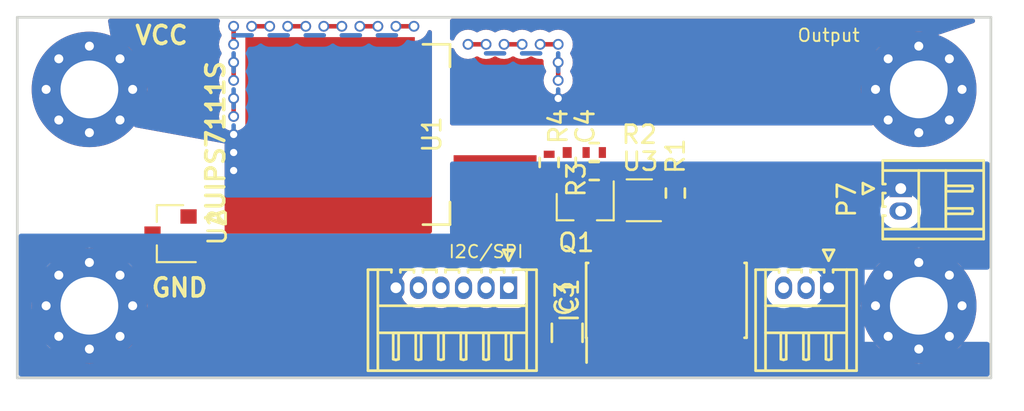
<source format=kicad_pcb>
(kicad_pcb (version 20221018) (generator pcbnew)
  (layers (0 "F.Cu" signal) (31 "B.Cu" signal) (34 "B.Paste" user) (35 "F.Paste" user) (36 "B.SilkS" user "B.Silkscreen") (37 "F.SilkS" user "F.Silkscreen") (38 "B.Mask" user) (39 "F.Mask" user) (44 "Edge.Cuts" user))
  (net 0 "")
  (net 1 "Net-(Q1-Pad1)")
  (net 2 "GND")
  (net 3 "VCC")
  (net 4 "/Out")
  (net 5 "/IN")
  (net 6 "/Ifb")
  (net 7 "/RESET")
  (net 8 "/SDA/MOSI")
  (net 9 "/MISO")
  (net 10 "/SCL/SCK")
  (net 11 "/ENB1")
  (net 12 "/ENB2")
  (net 13 "+5V")
  (net 14 "/Current_Feedback")
  (net 15 "/PWM1")
  (footprint "KiCad-MDH-IC:TO-263-!3" (layer "F.Cu") (at 147.5 83.5 180)
    (fp_text reference "U1" (at 3.5 0 270) (layer "F.SilkS"))
    (fp_text value "AUIPS7111S")
    (fp_line (start 2.5 -5) (end 2.5 -3.75) (stroke (width 0.15)) (layer "F.SilkS"))
    (fp_line (start 2.5 -5) (end 4 -5) (stroke (width 0.15)) (layer "F.SilkS"))
    (fp_line (start 2.5 5) (end 2.5 3.75) (stroke (width 0.15)) (layer "F.SilkS"))
    (fp_line (start 2.5 5) (end 4 5) (stroke (width 0.15)) (layer "F.SilkS"))
    (pad "1" smd rect (at 0 -3.4 180) (size 4.6 1.1) (layers "F.Cu" "F.Paste" "F.Mask") (net 5 "/IN"))
    (pad "2" smd rect (at 0 -1.7 180) (size 4.6 1.1) (layers "F.Cu" "F.Paste" "F.Mask") (net 6 "/Ifb"))
    (pad "3" smd rect (at 9.15 0 180) (size 9.4 10.8) (layers "F.Cu" "F.Paste" "F.Mask") (net 3 "VCC"))
    (pad "4" smd rect (at 0 1.7 180) (size 4.6 1.1) (layers "F.Cu" "F.Paste" "F.Mask") (net 4 "/Out"))
    (pad "5" smd rect (at 0 3.4 180) (size 4.6 1.1) (layers "F.Cu" "F.Paste" "F.Mask") (net 4 "/Out"))
  )
  (footprint "TO_SOT_Packages_SMD:SOT-23" (layer "F.Cu") (at 129.5 89 180)
    (fp_text reference "U2" (at -2.6 0.35 270) (layer "F.SilkS"))
    (fp_text value "LM3480-5.0")
    (fp_line (start 0.76 -1.58) (end -1.4 -1.58) (stroke (width 0.12)) (layer "F.SilkS"))
    (fp_line (start 0.76 -1.58) (end 0.76 -0.65) (stroke (width 0.12)) (layer "F.SilkS"))
    (fp_line (start 0.76 1.58) (end -0.7 1.58) (stroke (width 0.12)) (layer "F.SilkS"))
    (fp_line (start 0.76 1.58) (end 0.76 0.65) (stroke (width 0.12)) (layer "F.SilkS"))
    (pad "1" smd rect (at -1 -0.95 180) (size 0.9 0.8) (layers "F.Cu" "F.Paste" "F.Mask") (net 13 "+5V"))
    (pad "2" smd rect (at -1 0.95 180) (size 0.9 0.8) (layers "F.Cu" "F.Paste" "F.Mask") (net 3 "VCC"))
    (pad "3" smd rect (at 1 0 180) (size 0.9 0.8) (layers "F.Cu" "F.Paste" "F.Mask") (net 2 "GND"))
  )
  (footprint "Capacitors_SMD:C_0805" (layer "F.Cu") (at 151.5 94.5 90)
    (fp_text reference "C3" (at 1.9 -0.15 90) (layer "F.SilkS"))
    (fp_text value "10uF")
    (fp_line (start -0.5 0.85) (end 0.5 0.85) (stroke (width 0.15)) (layer "F.SilkS"))
    (fp_line (start 0.5 -0.85) (end -0.5 -0.85) (stroke (width 0.15)) (layer "F.SilkS"))
    (pad "1" smd rect (at -1 0 90) (size 1 1.25) (layers "F.Cu" "F.Paste" "F.Mask") (net 13 "+5V"))
    (pad "2" smd rect (at 1 0 90) (size 1 1.25) (layers "F.Cu" "F.Paste" "F.Mask") (net 2 "GND"))
  )
  (footprint "TO_SOT_Packages_SMD:SOT-353" (layer "F.Cu") (at 155.5 87.15 180)
    (fp_text reference "U3" (at -0.05 2.15 180) (layer "F.SilkS"))
    (fp_text value "74LVC1G08")
    (fp_line (start -0.7 1.16) (end 0.7 1.16) (stroke (width 0.12)) (layer "F.SilkS"))
    (fp_line (start 0.7 -1.16) (end -1.2 -1.16) (stroke (width 0.12)) (layer "F.SilkS"))
    (pad "1" smd rect (at -0.95 -0.65 180) (size 0.6 0.42) (layers "F.Cu" "F.Paste" "F.Mask") (net 11 "/ENB1"))
    (pad "2" smd rect (at -0.95 0 180) (size 0.6 0.42) (layers "F.Cu" "F.Paste" "F.Mask") (net 12 "/ENB2"))
    (pad "3" smd rect (at -0.95 0.65 180) (size 0.6 0.42) (layers "F.Cu" "F.Paste" "F.Mask") (net 2 "GND"))
    (pad "4" smd rect (at 0.95 0.65 180) (size 0.6 0.42) (layers "F.Cu" "F.Paste" "F.Mask") (net 1 "Net-(Q1-Pad1)"))
    (pad "5" smd rect (at 0.95 -0.65 180) (size 0.6 0.42) (layers "F.Cu" "F.Paste" "F.Mask") (net 13 "+5V"))
  )
  (footprint "Capacitors_SMD:C_0402" (layer "F.Cu") (at 151.5 85.05 -90)
    (fp_text reference "C4" (at -2 -1 270) (layer "F.SilkS"))
    (fp_text value "1uF")
    (fp_line (start -0.25 0.475) (end 0.25 0.475) (stroke (width 0.15)) (layer "F.SilkS"))
    (fp_line (start 0.25 -0.475) (end -0.25 -0.475) (stroke (width 0.15)) (layer "F.SilkS"))
    (pad "1" smd rect (at -0.55 0 270) (size 0.6 0.5) (layers "F.Cu" "F.Paste" "F.Mask") (net 6 "/Ifb"))
    (pad "2" smd rect (at 0.55 0 270) (size 0.6 0.5) (layers "F.Cu" "F.Paste" "F.Mask") (net 2 "GND"))
  )
  (footprint "Resistors_SMD:R_0402" (layer "F.Cu") (at 157.5 86.75 90)
    (fp_text reference "R1" (at 2.05 0 90) (layer "F.SilkS"))
    (fp_text value "4.7k")
    (fp_line (start -0.25 0.525) (end 0.25 0.525) (stroke (width 0.15)) (layer "F.SilkS"))
    (fp_line (start 0.25 -0.525) (end -0.25 -0.525) (stroke (width 0.15)) (layer "F.SilkS"))
    (pad "1" smd rect (at -0.45 0 90) (size 0.4 0.6) (layers "F.Cu" "F.Paste" "F.Mask") (net 12 "/ENB2"))
    (pad "2" smd rect (at 0.45 0 90) (size 0.4 0.6) (layers "F.Cu" "F.Paste" "F.Mask") (net 2 "GND"))
  )
  (footprint "Resistors_SMD:R_0402" (layer "F.Cu") (at 153 85.5 180)
    (fp_text reference "R2" (at -2.5 2 180) (layer "F.SilkS"))
    (fp_text value "4.7k")
    (fp_line (start -0.25 0.525) (end 0.25 0.525) (stroke (width 0.15)) (layer "F.SilkS"))
    (fp_line (start 0.25 -0.525) (end -0.25 -0.525) (stroke (width 0.15)) (layer "F.SilkS"))
    (pad "1" smd rect (at -0.45 0 180) (size 0.4 0.6) (layers "F.Cu" "F.Paste" "F.Mask") (net 1 "Net-(Q1-Pad1)"))
    (pad "2" smd rect (at 0.45 0 180) (size 0.4 0.6) (layers "F.Cu" "F.Paste" "F.Mask") (net 2 "GND"))
  )
  (footprint "Resistors_SMD:R_0402" (layer "F.Cu") (at 153 84.5 180)
    (fp_text reference "R3" (at 1 -1.5 270) (layer "F.SilkS"))
    (fp_text value "10k")
    (fp_line (start -0.25 0.525) (end 0.25 0.525) (stroke (width 0.15)) (layer "F.SilkS"))
    (fp_line (start 0.25 -0.525) (end -0.25 -0.525) (stroke (width 0.15)) (layer "F.SilkS"))
    (pad "1" smd rect (at -0.45 0 180) (size 0.4 0.6) (layers "F.Cu" "F.Paste" "F.Mask") (net 14 "/Current_Feedback"))
    (pad "2" smd rect (at 0.45 0 180) (size 0.4 0.6) (layers "F.Cu" "F.Paste" "F.Mask") (net 6 "/Ifb"))
  )
  (footprint "Resistors_SMD:R_0402" (layer "F.Cu") (at 150.5 85.05 -90)
    (fp_text reference "R4" (at -2 -0.5 270) (layer "F.SilkS"))
    (fp_text value "3.3k")
    (fp_line (start -0.25 0.525) (end 0.25 0.525) (stroke (width 0.15)) (layer "F.SilkS"))
    (fp_line (start 0.25 -0.525) (end -0.25 -0.525) (stroke (width 0.15)) (layer "F.SilkS"))
    (pad "1" smd rect (at -0.45 0 270) (size 0.4 0.6) (layers "F.Cu" "F.Paste" "F.Mask") (net 6 "/Ifb"))
    (pad "2" smd rect (at 0.45 0 270) (size 0.4 0.6) (layers "F.Cu" "F.Paste" "F.Mask") (net 2 "GND"))
  )
  (footprint "TO_SOT_Packages_SMD:SOT-23" (layer "F.Cu") (at 152.5 87.5 -90)
    (fp_text reference "Q1" (at 2 0.5) (layer "F.SilkS"))
    (fp_text value "BSS138")
    (fp_line (start 0.76 -1.58) (end -1.4 -1.58) (stroke (width 0.12)) (layer "F.SilkS"))
    (fp_line (start 0.76 -1.58) (end 0.76 -0.65) (stroke (width 0.12)) (layer "F.SilkS"))
    (fp_line (start 0.76 1.58) (end -0.7 1.58) (stroke (width 0.12)) (layer "F.SilkS"))
    (fp_line (start 0.76 1.58) (end 0.76 0.65) (stroke (width 0.12)) (layer "F.SilkS"))
    (pad "1" smd rect (at -1 -0.95 270) (size 0.9 0.8) (layers "F.Cu" "F.Paste" "F.Mask") (net 1 "Net-(Q1-Pad1)"))
    (pad "2" smd rect (at -1 0.95 270) (size 0.9 0.8) (layers "F.Cu" "F.Paste" "F.Mask") (net 2 "GND"))
    (pad "3" smd rect (at 1 0 270) (size 0.9 0.8) (layers "F.Cu" "F.Paste" "F.Mask") (net 5 "/IN"))
  )
  (footprint "Connectors_Hirose:Hirose_DF13-06P-1.25DS_06x1.25mm_Angled" (layer "F.Cu") (at 148.25 92 180)
    (fp_text reference "P2" hide)
    (fp_text value "CONN_01X06")
    (fp_line (start -1.55 -4.6) (end 7.8 -4.6) (stroke (width 0.15)) (layer "F.SilkS"))
    (fp_line (start -1.55 1) (end -1.55 -4.6) (stroke (width 0.15)) (layer "F.SilkS"))
    (fp_line (start -1 -4.6) (end -1 1) (stroke (width 0.15)) (layer "F.SilkS"))
    (fp_line (start -1 -2.5) (end 7.25 -2.5) (stroke (width 0.15)) (layer "F.SilkS"))
    (fp_line (start -1 -1) (end 7.25 -1) (stroke (width 0.15)) (layer "F.SilkS"))
    (fp_line (start -0.3 2.1) (end 0.3 2.1) (stroke (width 0.15)) (layer "F.SilkS"))
    (fp_line (start -0.25 0.85) (end -0.25 1) (stroke (width 0.15)) (layer "F.SilkS"))
    (fp_line (start -0.25 1) (end -1.55 1) (stroke (width 0.15)) (layer "F.SilkS"))
    (fp_line (start -0.15 -3.9625) (end 0 -4) (stroke (width 0.15)) (layer "F.SilkS"))
    (fp_line (start -0.15 -2.5) (end -0.15 -3.9625) (stroke (width 0.15)) (layer "F.SilkS"))
    (fp_line (start 0 -4) (end 0.15 -3.9625) (stroke (width 0.15)) (layer "F.SilkS"))
    (fp_line (start 0 -2.5) (end -0.15 -2.5) (stroke (width 0.15)) (layer "F.SilkS"))
    (fp_line (start 0 1.5) (end -0.3 2.1) (stroke (width 0.15)) (layer "F.SilkS"))
    (fp_line (start 0.15 -3.9625) (end 0.15 -2.5) (stroke (width 0.15)) (layer "F.SilkS"))
    (fp_line (start 0.15 -2.5) (end 0 -2.5) (stroke (width 0.15)) (layer "F.SilkS"))
    (fp_line (start 0.25 0.85) (end 0.25 1) (stroke (width 0.15)) (layer "F.SilkS"))
    (fp_line (start 0.25 1) (end 1 1) (stroke (width 0.15)) (layer "F.SilkS"))
    (fp_line (start 0.3 2.1) (end 0 1.5) (stroke (width 0.15)) (layer "F.SilkS"))
    (fp_line (start 1 1) (end 1 0.85) (stroke (width 0.15)) (layer "F.SilkS"))
    (fp_line (start 1.1 -3.9625) (end 1.25 -4) (stroke (width 0.15)) (layer "F.SilkS"))
    (fp_line (start 1.1 -2.5) (end 1.1 -3.9625) (stroke (width 0.15)) (layer "F.SilkS"))
    (fp_line (start 1.25 -4) (end 1.4 -3.9625) (stroke (width 0.15)) (layer "F.SilkS"))
    (fp_line (start 1.25 -2.5) (end 1.1 -2.5) (stroke (width 0.15)) (layer "F.SilkS"))
    (fp_line (start 1.4 -3.9625) (end 1.4 -2.5) (stroke (width 0.15)) (layer "F.SilkS"))
    (fp_line (start 1.4 -2.5) (end 1.25 -2.5) (stroke (width 0.15)) (layer "F.SilkS"))
    (fp_line (start 1.5 0.85) (end 1.5 1) (stroke (width 0.15)) (layer "F.SilkS"))
    (fp_line (start 1.5 1) (end 2.25 1) (stroke (width 0.15)) (layer "F.SilkS"))
    (fp_line (start 2.25 1) (end 2.25 0.85) (stroke (width 0.15)) (layer "F.SilkS"))
    (fp_line (start 2.35 -3.9625) (end 2.5 -4) (stroke (width 0.15)) (layer "F.SilkS"))
    (fp_line (start 2.35 -2.5) (end 2.35 -3.9625) (stroke (width 0.15)) (layer "F.SilkS"))
    (fp_line (start 2.5 -4) (end 2.65 -3.9625) (stroke (width 0.15)) (layer "F.SilkS"))
    (fp_line (start 2.5 -2.5) (end 2.35 -2.5) (stroke (width 0.15)) (layer "F.SilkS"))
    (fp_line (start 2.65 -3.9625) (end 2.65 -2.5) (stroke (width 0.15)) (layer "F.SilkS"))
    (fp_line (start 2.65 -2.5) (end 2.5 -2.5) (stroke (width 0.15)) (layer "F.SilkS"))
    (fp_line (start 2.75 0.85) (end 2.75 1) (stroke (width 0.15)) (layer "F.SilkS"))
    (fp_line (start 2.75 1) (end 3.5 1) (stroke (width 0.15)) (layer "F.SilkS"))
    (fp_line (start 3.5 1) (end 3.5 0.85) (stroke (width 0.15)) (layer "F.SilkS"))
    (fp_line (start 3.6 -3.9625) (end 3.75 -4) (stroke (width 0.15)) (layer "F.SilkS"))
    (fp_line (start 3.6 -2.5) (end 3.6 -3.9625) (stroke (width 0.15)) (layer "F.SilkS"))
    (fp_line (start 3.75 -4) (end 3.9 -3.9625) (stroke (width 0.15)) (layer "F.SilkS"))
    (fp_line (start 3.75 -2.5) (end 3.6 -2.5) (stroke (width 0.15)) (layer "F.SilkS"))
    (fp_line (start 3.9 -3.9625) (end 3.9 -2.5) (stroke (width 0.15)) (layer "F.SilkS"))
    (fp_line (start 3.9 -2.5) (end 3.75 -2.5) (stroke (width 0.15)) (layer "F.SilkS"))
    (fp_line (start 4 0.85) (end 4 1) (stroke (width 0.15)) (layer "F.SilkS"))
    (fp_line (start 4 1) (end 4.75 1) (stroke (width 0.15)) (layer "F.SilkS"))
    (fp_line (start 4.75 1) (end 4.75 0.85) (stroke (width 0.15)) (layer "F.SilkS"))
    (fp_line (start 4.85 -3.9625) (end 5 -4) (stroke (width 0.15)) (layer "F.SilkS"))
    (fp_line (start 4.85 -2.5) (end 4.85 -3.9625) (stroke (width 0.15)) (layer "F.SilkS"))
    (fp_line (start 5 -4) (end 5.15 -3.9625) (stroke (width 0.15)) (layer "F.SilkS"))
    (fp_line (start 5 -2.5) (end 4.85 -2.5) (stroke (width 0.15)) (layer "F.SilkS"))
    (fp_line (start 5.15 -3.9625) (end 5.15 -2.5) (stroke (width 0.15)) (layer "F.SilkS"))
    (fp_line (start 5.15 -2.5) (end 5 -2.5) (stroke (width 0.15)) (layer "F.SilkS"))
    (fp_line (start 5.25 0.85) (end 5.25 1) (stroke (width 0.15)) (layer "F.SilkS"))
    (fp_line (start 5.25 1) (end 6 1) (stroke (width 0.15)) (layer "F.SilkS"))
    (fp_line (start 6 1) (end 6 0.85) (stroke (width 0.15)) (layer "F.SilkS"))
    (fp_line (start 6.1 -3.9625) (end 6.25 -4) (stroke (width 0.15)) (layer "F.SilkS"))
    (fp_line (start 6.1 -2.5) (end 6.1 -3.9625) (stroke (width 0.15)) (layer "F.SilkS"))
    (fp_line (start 6.25 -4) (end 6.4 -3.9625) (stroke (width 0.15)) (layer "F.SilkS"))
    (fp_line (start 6.25 -2.5) (end 6.1 -2.5) (stroke (width 0.15)) (layer "F.SilkS"))
    (fp_line (start 6.4 -3.9625) (end 6.4 -2.5) (stroke (width 0.15)) (layer "F.SilkS"))
    (fp_line (start 6.4 -2.5) (end 6.25 -2.5) (stroke (width 0.15)) (layer "F.SilkS"))
    (fp_line (start 6.5 1) (end 6.5 0.85) (stroke (width 0.15)) (layer "F.SilkS"))
    (fp_line (start 7.25 -4.6) (end 7.25 1) (stroke (width 0.15)) (layer "F.SilkS"))
    (fp_line (start 7.8 -4.6) (end 7.8 1) (stroke (width 0.15)) (layer "F.SilkS"))
    (fp_line (start 7.8 1) (end 6.5 1) (stroke (width 0.15)) (layer "F.SilkS"))
    (pad "1" thru_hole rect (at 0 0 180) (size 0.95 1.25) (drill 0.6) (layers "*.Cu" "*.Mask") (net 8 "/SDA/MOSI"))
    (pad "2" thru_hole oval (at 1.25 0 180) (size 0.95 1.25) (drill 0.6) (layers "*.Cu" "*.Mask") (net 7 "/RESET"))
    (pad "3" thru_hole oval (at 2.5 0 180) (size 0.95 1.25) (drill 0.6) (layers "*.Cu" "*.Mask") (net 9 "/MISO"))
    (pad "4" thru_hole oval (at 3.75 0 180) (size 0.95 1.25) (drill 0.6) (layers "*.Cu" "*.Mask") (net 10 "/SCL/SCK"))
    (pad "5" thru_hole oval (at 5 0 180) (size 0.95 1.25) (drill 0.6) (layers "*.Cu" "*.Mask") (net 13 "+5V"))
    (pad "6" thru_hole oval (at 6.25 0 180) (size 0.95 1.25) (drill 0.6) (layers "*.Cu" "*.Mask") (net 2 "GND"))
  )
  (footprint "Connectors_Hirose:Hirose_DF13-03P-1.25DS_03x1.25mm_Angled" (layer "F.Cu") (at 166 92 180)
    (fp_text reference "P3" hide)
    (fp_text value "CONN_01X03")
    (fp_line (start -1.55 -4.6) (end 4.05 -4.6) (stroke (width 0.15)) (layer "F.SilkS"))
    (fp_line (start -1.55 1) (end -1.55 -4.6) (stroke (width 0.15)) (layer "F.SilkS"))
    (fp_line (start -1 -4.6) (end -1 1) (stroke (width 0.15)) (layer "F.SilkS"))
    (fp_line (start -1 -2.5) (end 3.5 -2.5) (stroke (width 0.15)) (layer "F.SilkS"))
    (fp_line (start -1 -1) (end 3.5 -1) (stroke (width 0.15)) (layer "F.SilkS"))
    (fp_line (start -0.3 2.1) (end 0.3 2.1) (stroke (width 0.15)) (layer "F.SilkS"))
    (fp_line (start -0.25 0.85) (end -0.25 1) (stroke (width 0.15)) (layer "F.SilkS"))
    (fp_line (start -0.25 1) (end -1.55 1) (stroke (width 0.15)) (layer "F.SilkS"))
    (fp_line (start -0.15 -3.9625) (end 0 -4) (stroke (width 0.15)) (layer "F.SilkS"))
    (fp_line (start -0.15 -2.5) (end -0.15 -3.9625) (stroke (width 0.15)) (layer "F.SilkS"))
    (fp_line (start 0 -4) (end 0.15 -3.9625) (stroke (width 0.15)) (layer "F.SilkS"))
    (fp_line (start 0 -2.5) (end -0.15 -2.5) (stroke (width 0.15)) (layer "F.SilkS"))
    (fp_line (start 0 1.5) (end -0.3 2.1) (stroke (width 0.15)) (layer "F.SilkS"))
    (fp_line (start 0.15 -3.9625) (end 0.15 -2.5) (stroke (width 0.15)) (layer "F.SilkS"))
    (fp_line (start 0.15 -2.5) (end 0 -2.5) (stroke (width 0.15)) (layer "F.SilkS"))
    (fp_line (start 0.25 0.85) (end 0.25 1) (stroke (width 0.15)) (layer "F.SilkS"))
    (fp_line (start 0.25 1) (end 1 1) (stroke (width 0.15)) (layer "F.SilkS"))
    (fp_line (start 0.3 2.1) (end 0 1.5) (stroke (width 0.15)) (layer "F.SilkS"))
    (fp_line (start 1 1) (end 1 0.85) (stroke (width 0.15)) (layer "F.SilkS"))
    (fp_line (start 1.1 -3.9625) (end 1.25 -4) (stroke (width 0.15)) (layer "F.SilkS"))
    (fp_line (start 1.1 -2.5) (end 1.1 -3.9625) (stroke (width 0.15)) (layer "F.SilkS"))
    (fp_line (start 1.25 -4) (end 1.4 -3.9625) (stroke (width 0.15)) (layer "F.SilkS"))
    (fp_line (start 1.25 -2.5) (end 1.1 -2.5) (stroke (width 0.15)) (layer "F.SilkS"))
    (fp_line (start 1.4 -3.9625) (end 1.4 -2.5) (stroke (width 0.15)) (layer "F.SilkS"))
    (fp_line (start 1.4 -2.5) (end 1.25 -2.5) (stroke (width 0.15)) (layer "F.SilkS"))
    (fp_line (start 1.5 0.85) (end 1.5 1) (stroke (width 0.15)) (layer "F.SilkS"))
    (fp_line (start 1.5 1) (end 2.25 1) (stroke (width 0.15)) (layer "F.SilkS"))
    (fp_line (start 2.25 1) (end 2.25 0.85) (stroke (width 0.15)) (layer "F.SilkS"))
    (fp_line (start 2.35 -3.9625) (end 2.5 -4) (stroke (width 0.15)) (layer "F.SilkS"))
    (fp_line (start 2.35 -2.5) (end 2.35 -3.9625) (stroke (width 0.15)) (layer "F.SilkS"))
    (fp_line (start 2.5 -4) (end 2.65 -3.9625) (stroke (width 0.15)) (layer "F.SilkS"))
    (fp_line (start 2.5 -2.5) (end 2.35 -2.5) (stroke (width 0.15)) (layer "F.SilkS"))
    (fp_line (start 2.65 -3.9625) (end 2.65 -2.5) (stroke (width 0.15)) (layer "F.SilkS"))
    (fp_line (start 2.65 -2.5) (end 2.5 -2.5) (stroke (width 0.15)) (layer "F.SilkS"))
    (fp_line (start 2.75 1) (end 2.75 0.85) (stroke (width 0.15)) (layer "F.SilkS"))
    (fp_line (start 3.5 -4.6) (end 3.5 1) (stroke (width 0.15)) (layer "F.SilkS"))
    (fp_line (start 4.05 -4.6) (end 4.05 1) (stroke (width 0.15)) (layer "F.SilkS"))
    (fp_line (start 4.05 1) (end 2.75 1) (stroke (width 0.15)) (layer "F.SilkS"))
    (pad "1" thru_hole rect (at 0 0 180) (size 0.95 1.25) (drill 0.6) (layers "*.Cu" "*.Mask") (net 2 "GND"))
    (pad "2" thru_hole oval (at 1.25 0 180) (size 0.95 1.25) (drill 0.6) (layers "*.Cu" "*.Mask") (net 13 "+5V"))
    (pad "3" thru_hole oval (at 2.5 0 180) (size 0.95 1.25) (drill 0.6) (layers "*.Cu" "*.Mask") (net 12 "/ENB2"))
  )
  (footprint "Mounting_Holes:MountingHole_3.2mm_M3_Pad_Via" (layer "F.Cu") (at 125 81 90)
    (fp_text reference "P1" hide)
    (fp_text value "CONN_01X01")
    (pad "" thru_hole circle (at -2.4 0 90) (size 0.6 0.6) (drill 0.5) (layers "*.Cu" "*.Mask"))
    (pad "" thru_hole circle (at -1.697056 -1.697056 90) (size 0.6 0.6) (drill 0.5) (layers "*.Cu" "*.Mask"))
    (pad "" thru_hole circle (at -1.697056 1.697056 90) (size 0.6 0.6) (drill 0.5) (layers "*.Cu" "*.Mask"))
    (pad "" thru_hole circle (at 0 -2.4 90) (size 0.6 0.6) (drill 0.5) (layers "*.Cu" "*.Mask"))
    (pad "" thru_hole circle (at 0 2.4 90) (size 0.6 0.6) (drill 0.5) (layers "*.Cu" "*.Mask"))
    (pad "" thru_hole circle (at 1.697056 -1.697056 90) (size 0.6 0.6) (drill 0.5) (layers "*.Cu" "*.Mask"))
    (pad "" thru_hole circle (at 1.697056 1.697056 90) (size 0.6 0.6) (drill 0.5) (layers "*.Cu" "*.Mask"))
    (pad "" thru_hole circle (at 2.4 0 90) (size 0.6 0.6) (drill 0.5) (layers "*.Cu" "*.Mask"))
    (pad "1" thru_hole circle (at 0 0 90) (size 6.4 6.4) (drill 3.2) (layers "*.Cu" "*.Mask") (net 3 "VCC"))
  )
  (footprint "Mounting_Holes:MountingHole_3.2mm_M3_Pad_Via" (layer "F.Cu") (at 171 93 90)
    (fp_text reference "P4" hide)
    (fp_text value "CONN_01X01")
    (pad "" thru_hole circle (at -2.4 0 90) (size 0.6 0.6) (drill 0.5) (layers "*.Cu" "*.Mask"))
    (pad "" thru_hole circle (at -1.697056 -1.697056 90) (size 0.6 0.6) (drill 0.5) (layers "*.Cu" "*.Mask"))
    (pad "" thru_hole circle (at -1.697056 1.697056 90) (size 0.6 0.6) (drill 0.5) (layers "*.Cu" "*.Mask"))
    (pad "" thru_hole circle (at 0 -2.4 90) (size 0.6 0.6) (drill 0.5) (layers "*.Cu" "*.Mask"))
    (pad "" thru_hole circle (at 0 2.4 90) (size 0.6 0.6) (drill 0.5) (layers "*.Cu" "*.Mask"))
    (pad "" thru_hole circle (at 1.697056 -1.697056 90) (size 0.6 0.6) (drill 0.5) (layers "*.Cu" "*.Mask"))
    (pad "" thru_hole circle (at 1.697056 1.697056 90) (size 0.6 0.6) (drill 0.5) (layers "*.Cu" "*.Mask"))
    (pad "" thru_hole circle (at 2.4 0 90) (size 0.6 0.6) (drill 0.5) (layers "*.Cu" "*.Mask"))
    (pad "1" thru_hole circle (at 0 0 90) (size 6.4 6.4) (drill 3.2) (layers "*.Cu" "*.Mask") (net 2 "GND"))
  )
  (footprint "Mounting_Holes:MountingHole_3.2mm_M3_Pad_Via" (layer "F.Cu") (at 171 81)
    (fp_text reference "P5" hide)
    (fp_text value "CONN_01X01")
    (pad "" thru_hole circle (at -2.4 0) (size 0.6 0.6) (drill 0.5) (layers "*.Cu" "*.Mask"))
    (pad "" thru_hole circle (at -1.697056 -1.697056) (size 0.6 0.6) (drill 0.5) (layers "*.Cu" "*.Mask"))
    (pad "" thru_hole circle (at -1.697056 1.697056) (size 0.6 0.6) (drill 0.5) (layers "*.Cu" "*.Mask"))
    (pad "" thru_hole circle (at 0 -2.4) (size 0.6 0.6) (drill 0.5) (layers "*.Cu" "*.Mask"))
    (pad "" thru_hole circle (at 0 2.4) (size 0.6 0.6) (drill 0.5) (layers "*.Cu" "*.Mask"))
    (pad "" thru_hole circle (at 1.697056 -1.697056) (size 0.6 0.6) (drill 0.5) (layers "*.Cu" "*.Mask"))
    (pad "" thru_hole circle (at 1.697056 1.697056) (size 0.6 0.6) (drill 0.5) (layers "*.Cu" "*.Mask"))
    (pad "" thru_hole circle (at 2.4 0) (size 0.6 0.6) (drill 0.5) (layers "*.Cu" "*.Mask"))
    (pad "1" thru_hole circle (at 0 0) (size 6.4 6.4) (drill 3.2) (layers "*.Cu" "*.Mask") (net 4 "/Out"))
  )
  (footprint "Mounting_Holes:MountingHole_3.2mm_M3_Pad_Via" (layer "F.Cu") (at 125 93)
    (fp_text reference "P6" hide)
    (fp_text value "CONN_01X01")
    (pad "" thru_hole circle (at -2.4 0) (size 0.6 0.6) (drill 0.5) (layers "*.Cu" "*.Mask"))
    (pad "" thru_hole circle (at -1.697056 -1.697056) (size 0.6 0.6) (drill 0.5) (layers "*.Cu" "*.Mask"))
    (pad "" thru_hole circle (at -1.697056 1.697056) (size 0.6 0.6) (drill 0.5) (layers "*.Cu" "*.Mask"))
    (pad "" thru_hole circle (at 0 -2.4) (size 0.6 0.6) (drill 0.5) (layers "*.Cu" "*.Mask"))
    (pad "" thru_hole circle (at 0 2.4) (size 0.6 0.6) (drill 0.5) (layers "*.Cu" "*.Mask"))
    (pad "" thru_hole circle (at 1.697056 -1.697056) (size 0.6 0.6) (drill 0.5) (layers "*.Cu" "*.Mask"))
    (pad "" thru_hole circle (at 1.697056 1.697056) (size 0.6 0.6) (drill 0.5) (layers "*.Cu" "*.Mask"))
    (pad "" thru_hole circle (at 2.4 0) (size 0.6 0.6) (drill 0.5) (layers "*.Cu" "*.Mask"))
    (pad "1" thru_hole circle (at 0 0) (size 6.4 6.4) (drill 3.2) (layers "*.Cu" "*.Mask") (net 2 "GND"))
  )
  (footprint "Connectors_Hirose:Hirose_DF13-02P-1.25DS_02x1.25mm_Angled" (layer "F.Cu") (at 170 86.5 -90)
    (fp_text reference "P7" (at 0.625 3 270) (layer "F.SilkS"))
    (fp_text value "CONN_01X02")
    (fp_line (start -1.55 -4.6) (end 2.8 -4.6) (stroke (width 0.15)) (layer "F.SilkS"))
    (fp_line (start -1.55 1) (end -1.55 -4.6) (stroke (width 0.15)) (layer "F.SilkS"))
    (fp_line (start -1 -4.6) (end -1 1) (stroke (width 0.15)) (layer "F.SilkS"))
    (fp_line (start -1 -2.5) (end 2.25 -2.5) (stroke (width 0.15)) (layer "F.SilkS"))
    (fp_line (start -1 -1) (end 2.25 -1) (stroke (width 0.15)) (layer "F.SilkS"))
    (fp_line (start -0.3 2.1) (end 0.3 2.1) (stroke (width 0.15)) (layer "F.SilkS"))
    (fp_line (start -0.25 0.85) (end -0.25 1) (stroke (width 0.15)) (layer "F.SilkS"))
    (fp_line (start -0.25 1) (end -1.55 1) (stroke (width 0.15)) (layer "F.SilkS"))
    (fp_line (start -0.15 -3.9625) (end 0 -4) (stroke (width 0.15)) (layer "F.SilkS"))
    (fp_line (start -0.15 -2.5) (end -0.15 -3.9625) (stroke (width 0.15)) (layer "F.SilkS"))
    (fp_line (start 0 -4) (end 0.15 -3.9625) (stroke (width 0.15)) (layer "F.SilkS"))
    (fp_line (start 0 -2.5) (end -0.15 -2.5) (stroke (width 0.15)) (layer "F.SilkS"))
    (fp_line (start 0 1.5) (end -0.3 2.1) (stroke (width 0.15)) (layer "F.SilkS"))
    (fp_line (start 0.15 -3.9625) (end 0.15 -2.5) (stroke (width 0.15)) (layer "F.SilkS"))
    (fp_line (start 0.15 -2.5) (end 0 -2.5) (stroke (width 0.15)) (layer "F.SilkS"))
    (fp_line (start 0.25 0.85) (end 0.25 1) (stroke (width 0.15)) (layer "F.SilkS"))
    (fp_line (start 0.25 1) (end 1 1) (stroke (width 0.15)) (layer "F.SilkS"))
    (fp_line (start 0.3 2.1) (end 0 1.5) (stroke (width 0.15)) (layer "F.SilkS"))
    (fp_line (start 1 1) (end 1 0.85) (stroke (width 0.15)) (layer "F.SilkS"))
    (fp_line (start 1.1 -3.9625) (end 1.25 -4) (stroke (width 0.15)) (layer "F.SilkS"))
    (fp_line (start 1.1 -2.5) (end 1.1 -3.9625) (stroke (width 0.15)) (layer "F.SilkS"))
    (fp_line (start 1.25 -4) (end 1.4 -3.9625) (stroke (width 0.15)) (layer "F.SilkS"))
    (fp_line (start 1.25 -2.5) (end 1.1 -2.5) (stroke (width 0.15)) (layer "F.SilkS"))
    (fp_line (start 1.4 -3.9625) (end 1.4 -2.5) (stroke (width 0.15)) (layer "F.SilkS"))
    (fp_line (start 1.4 -2.5) (end 1.25 -2.5) (stroke (width 0.15)) (layer "F.SilkS"))
    (fp_line (start 1.5 1) (end 1.5 0.85) (stroke (width 0.15)) (layer "F.SilkS"))
    (fp_line (start 2.25 -4.6) (end 2.25 1) (stroke (width 0.15)) (layer "F.SilkS"))
    (fp_line (start 2.8 -4.6) (end 2.8 1) (stroke (width 0.15)) (layer "F.SilkS"))
    (fp_line (start 2.8 1) (end 1.5 1) (stroke (width 0.15)) (layer "F.SilkS"))
    (pad "1" thru_hole rect (at 0 0 270) (size 0.95 1.25) (drill 0.6) (layers "*.Cu" "*.Mask") (net 2 "GND"))
    (pad "2" thru_hole oval (at 1.25 0 270) (size 0.95 1.25) (drill 0.6) (layers "*.Cu" "*.Mask") (net 15 "/PWM1"))
  )
  (footprint "Housings_SOIC:SOIC-14_3.9x8.7mm_Pitch1.27mm" (layer "F.Cu") (at 157 92.7 90)
    (fp_text reference "IC1" (at 0 -5.375 90) (layer "F.SilkS"))
    (fp_text value "ATTINY84-S")
    (fp_line (start -2.075 -4.45) (end -2.075 -4.425) (stroke (width 0.15)) (layer "F.SilkS"))
    (fp_line (start -2.075 -4.45) (end 2.075 -4.45) (stroke (width 0.15)) (layer "F.SilkS"))
    (fp_line (start -2.075 -4.425) (end -3.45 -4.425) (stroke (width 0.15)) (layer "F.SilkS"))
    (fp_line (start -2.075 4.45) (end -2.075 4.335) (stroke (width 0.15)) (layer "F.SilkS"))
    (fp_line (start -2.075 4.45) (end 2.075 4.45) (stroke (width 0.15)) (layer "F.SilkS"))
    (fp_line (start 2.075 -4.45) (end 2.075 -4.335) (stroke (width 0.15)) (layer "F.SilkS"))
    (fp_line (start 2.075 4.45) (end 2.075 4.335) (stroke (width 0.15)) (layer "F.SilkS"))
    (pad "1" smd rect (at -2.7 -3.81 90) (size 1.5 0.6) (layers "F.Cu" "F.Paste" "F.Mask") (net 13 "+5V"))
    (pad "2" smd rect (at -2.7 -2.54 90) (size 1.5 0.6) (layers "F.Cu" "F.Paste" "F.Mask"))
    (pad "3" smd rect (at -2.7 -1.27 90) (size 1.5 0.6) (layers "F.Cu" "F.Paste" "F.Mask"))
    (pad "4" smd rect (at -2.7 0 90) (size 1.5 0.6) (layers "F.Cu" "F.Paste" "F.Mask") (net 7 "/RESET"))
    (pad "5" smd rect (at -2.7 1.27 90) (size 1.5 0.6) (layers "F.Cu" "F.Paste" "F.Mask") (net 15 "/PWM1"))
    (pad "6" smd rect (at -2.7 2.54 90) (size 1.5 0.6) (layers "F.Cu" "F.Paste" "F.Mask"))
    (pad "7" smd rect (at -2.7 3.81 90) (size 1.5 0.6) (layers "F.Cu" "F.Paste" "F.Mask") (net 8 "/SDA/MOSI"))
    (pad "8" smd rect (at 2.7 3.81 90) (size 1.5 0.6) (layers "F.Cu" "F.Paste" "F.Mask") (net 9 "/MISO"))
    (pad "9" smd rect (at 2.7 2.54 90) (size 1.5 0.6) (layers "F.Cu" "F.Paste" "F.Mask") (net 10 "/SCL/SCK"))
    (pad "10" smd rect (at 2.7 1.27 90) (size 1.5 0.6) (layers "F.Cu" "F.Paste" "F.Mask") (net 11 "/ENB1"))
    (pad "11" smd rect (at 2.7 0 90) (size 1.5 0.6) (layers "F.Cu" "F.Paste" "F.Mask"))
    (pad "12" smd rect (at 2.7 -1.27 90) (size 1.5 0.6) (layers "F.Cu" "F.Paste" "F.Mask") (net 14 "/Current_Feedback"))
    (pad "13" smd rect (at 2.7 -2.54 90) (size 1.5 0.6) (layers "F.Cu" "F.Paste" "F.Mask"))
    (pad "14" smd rect (at 2.7 -3.81 90) (size 1.5 0.6) (layers "F.Cu" "F.Paste" "F.Mask") (net 2 "GND"))
  )
  (gr_line (start 175 97) (end 121 97) (stroke (width 0.15)) (layer "Edge.Cuts"))
  (gr_line (start 121 77) (end 175 77) (stroke (width 0.15)) (layer "Edge.Cuts"))
  (gr_line (start 175 77) (end 175 97) (stroke (width 0.15)) (layer "Edge.Cuts"))
  (gr_line (start 121 97) (end 121 77) (stroke (width 0.15)) (layer "Edge.Cuts"))
  (gr_text "I2C/SPI" (at 147 90) (layer "F.SilkS") (effects (font (size 0.7 0.7) (thickness 0.1))))
  (gr_text "AUIPS7111S" (at 132 84 90) (layer "F.SilkS") (effects (font (size 1 1) (thickness 0.2))))
  (gr_text "GND" (at 130 92) (layer "F.SilkS") (effects (font (size 1 1) (thickness 0.2))))
  (gr_text "Output" (at 166 78) (layer "F.SilkS") (effects (font (size 0.7 0.7) (thickness 0.1))))
  (gr_text "VCC" (at 129 78) (layer "F.SilkS") (effects (font (size 1 1) (thickness 0.2))))
  (segment (start 147 78.5) (end 146 78.5) (width 0.25) (layer "F.Cu") (net 0))
  (segment (start 140 77.5) (end 141 77.5) (width 0.25) (layer "F.Cu") (net 0))
  (segment (start 149 78.5) (end 148 78.5) (width 0.25) (layer "F.Cu") (net 0))
  (segment (start 134 77.5) (end 135 77.5) (width 0.25) (layer "F.Cu") (net 0))
  (segment (start 138 77.5) (end 139 77.5) (width 0.25) (layer "F.Cu") (net 0))
  (segment (start 142 77.5) (end 143 77.5) (width 0.25) (layer "F.Cu") (net 0))
  (segment (start 151 78.5) (end 150 78.5) (width 0.25) (layer "F.Cu") (net 0))
  (segment (start 136 77.5) (end 137 77.5) (width 0.25) (layer "F.Cu") (net 0))
  (segment (start 133 78.5) (end 133 77.5) (width 0.25) (layer "F.Cu") (net 0))
  (segment (start 133 82.5) (end 133 81.5) (width 0.25) (layer "F.Cu") (net 0))
  (segment (start 151 80.5) (end 151 79.5) (width 0.25) (layer "F.Cu") (net 0))
  (segment (start 133 80.5) (end 133 79.5) (width 0.25) (layer "F.Cu") (net 0))
  (via (at 135 77.5) (size 0.6) (drill 0.4) (layers "F.Cu" "B.Cu") (net 0))
  (via (at 151 79.5) (size 0.6) (drill 0.4) (layers "F.Cu" "B.Cu") (net 0))
  (via (at 147 78.5) (size 0.6) (drill 0.4) (layers "F.Cu" "B.Cu") (net 0))
  (via (at 151 80.5) (size 0.6) (drill 0.4) (layers "F.Cu" "B.Cu") (net 0))
  (via (at 141 77.5) (size 0.6) (drill 0.4) (layers "F.Cu" "B.Cu") (net 0))
  (via (at 143 77.5) (size 0.6) (drill 0.4) (layers "F.Cu" "B.Cu") (net 0))
  (via (at 149 78.5) (size 0.6) (drill 0.4) (layers "F.Cu" "B.Cu") (net 0))
  (via (at 151 78.5) (size 0.6) (drill 0.4) (layers "F.Cu" "B.Cu") (net 0))
  (via (at 139 77.5) (size 0.6) (drill 0.4) (layers "F.Cu" "B.Cu") (net 0))
  (via (at 134 77.5) (size 0.6) (drill 0.4) (layers "F.Cu" "B.Cu") (net 0))
  (via (at 150 78.5) (size 0.6) (drill 0.4) (layers "F.Cu" "B.Cu") (net 0))
  (via (at 133 79.5) (size 0.6) (drill 0.4) (layers "F.Cu" "B.Cu") (net 0))
  (via (at 138 77.5) (size 0.6) (drill 0.4) (layers "F.Cu" "B.Cu") (net 0))
  (via (at 140 77.5) (size 0.6) (drill 0.4) (layers "F.Cu" "B.Cu") (net 0))
  (via (at 136 77.5) (size 0.6) (drill 0.4) (layers "F.Cu" "B.Cu") (net 0))
  (via (at 133 78.5) (size 0.6) (drill 0.4) (layers "F.Cu" "B.Cu") (net 0))
  (via (at 133 77.5) (size 0.6) (drill 0.4) (layers "F.Cu" "B.Cu") (net 0))
  (via (at 148 78.5) (size 0.6) (drill 0.4) (layers "F.Cu" "B.Cu") (net 0))
  (via (at 142 77.5) (size 0.6) (drill 0.4) (layers "F.Cu" "B.Cu") (net 0))
  (via (at 133 81.5) (size 0.6) (drill 0.4) (layers "F.Cu" "B.Cu") (net 0))
  (via (at 146 78.5) (size 0.6) (drill 0.4) (layers "F.Cu" "B.Cu") (net 0))
  (via (at 133 82.5) (size 0.6) (drill 0.4) (layers "F.Cu" "B.Cu") (net 0))
  (via (at 137 77.5) (size 0.6) (drill 0.4) (layers "F.Cu" "B.Cu") (net 0))
  (via (at 133 80.5) (size 0.6) (drill 0.4) (layers "F.Cu" "B.Cu") (net 0))
  (segment (start 150 79) (end 149 79) (width 0.25) (layer "B.Cu") (net 0))
  (segment (start 151 80) (end 151 79) (width 0.25) (layer "B.Cu") (net 0))
  (segment (start 137 78) (end 138 78) (width 0.25) (layer "B.Cu") (net 0))
  (segment (start 133 82) (end 133 81) (width 0.25) (layer "B.Cu") (net 0))
  (segment (start 135 78) (end 136 78) (width 0.25) (layer "B.Cu") (net 0))
  (segment (start 133 78) (end 134 78) (width 0.25) (layer "B.Cu") (net 0))
  (segment (start 148 79) (end 147 79) (width 0.25) (layer "B.Cu") (net 0))
  (segment (start 141 78) (end 142 78) (width 0.25) (layer "B.Cu") (net 0))
  (segment (start 139 78) (end 140 78) (width 0.25) (layer "B.Cu") (net 0))
  (segment (start 133 80) (end 133 79) (width 0.25) (layer "B.Cu") (net 0))
  (segment (start 133 84.5) (end 133 85.5) (width 0.25) (layer "F.Cu") (net 3))
  (segment (start 138.35 83.5) (end 133 83.5) (width 0.25) (layer "F.Cu") (net 3))
  (via (at 133 85.5) (size 0.6) (drill 0.4) (layers "F.Cu" "B.Cu") (net 3))
  (via (at 133 83.5) (size 0.6) (drill 0.4) (layers "F.Cu" "B.Cu") (net 3))
  (via (at 133 84.5) (size 0.6) (drill 0.4) (layers "F.Cu" "B.Cu") (net 3))
  (segment (start 133 84) (end 133 85) (width 0.25) (layer "B.Cu") (net 3))
  (segment (start 133 84) (end 133 83) (width 0.25) (layer "B.Cu") (net 3))
  (segment (start 146.923104 81.8) (end 149.473104 81.8) (width 0.25) (layer "F.Cu") (net 4))
  (segment (start 149.773104 81.5) (end 151 81.5) (width 0.25) (layer "F.Cu") (net 4))
  (segment (start 149.473104 81.8) (end 149.773104 81.5) (width 0.25) (layer "F.Cu") (net 4))
  (segment (start 149.473104 81.8) (end 150 82.326896) (width 0.25) (layer "F.Cu") (net 4))
  (via (at 151 81.5) (size 0.6) (drill 0.4) (layers "F.Cu" "B.Cu") (net 4))
  (segment (start 151 82) (end 151 81) (width 0.25) (layer "B.Cu") (net 4))
  (zone (net 4) (net_name "/Out") (layer "F.Cu") (connect_pads yes (clearance 0.508)) (min_thickness 0.254) (fill yes (thermal_gap 0.508) (thermal_bridge_width 0.508))
    (polygon (pts (xy 169 83) (xy 169 79) (xy 175 77) (xy 145 77) (xy 145 83)))
  )
  (zone (net 2) (net_name "GND") (layer "F.Cu") (connect_pads yes (clearance 0.508)) (min_thickness 0.254) (fill yes (thermal_gap 0.508) (thermal_bridge_width 0.508))
    (polygon (pts (xy 162 97) (xy 162 91) (xy 127 91) (xy 127 94) (xy 121 97)))
  )
  (zone (net 3) (net_name "VCC") (layer "F.Cu") (priority 1) (connect_pads yes (clearance 0.508)) (min_thickness 0.254) (fill yes (thermal_gap 0.508) (thermal_bridge_width 0.508))
    (polygon (pts (xy 144 89) (xy 144 77) (xy 126 77) (xy 127 83) (xy 132.5 84) (xy 132.5 89)))
  )
  (zone (net 3) (net_name "VCC") (layer "B.Cu") (connect_pads yes (clearance 0.508)) (min_thickness 0.254) (fill yes (thermal_gap 0.508) (thermal_bridge_width 0.508))
    (polygon (pts (xy 144 77) (xy 144 87) (xy 132.5 87) (xy 132.5 84) (xy 127 83) (xy 126 77)))
  )
  (zone (net 2) (net_name "GND") (layer "B.Cu") (priority 1) (connect_pads yes (clearance 0.508)) (min_thickness 0.254) (fill yes (thermal_gap 0.508) (thermal_bridge_width 0.508))
    (polygon (pts (xy 121 97) (xy 121 89) (xy 145 89) (xy 145 85) (xy 175 85) (xy 175 91) (xy 168 91) (xy 168 95) (xy 175 95) (xy 175 97)))
    (polygon (pts (xy 127 95) (xy 127 91) (xy 123 91) (xy 123 95)))
  )
  (zone (net 4) (net_name "/Out") (layer "B.Cu") (connect_pads yes (clearance 0.508)) (min_thickness 0.254) (fill yes (thermal_gap 0.508) (thermal_bridge_width 0.508))
    (polygon (pts (xy 169 79) (xy 169 83) (xy 145 83) (xy 145 77) (xy 175 77)))
  )
)
</source>
